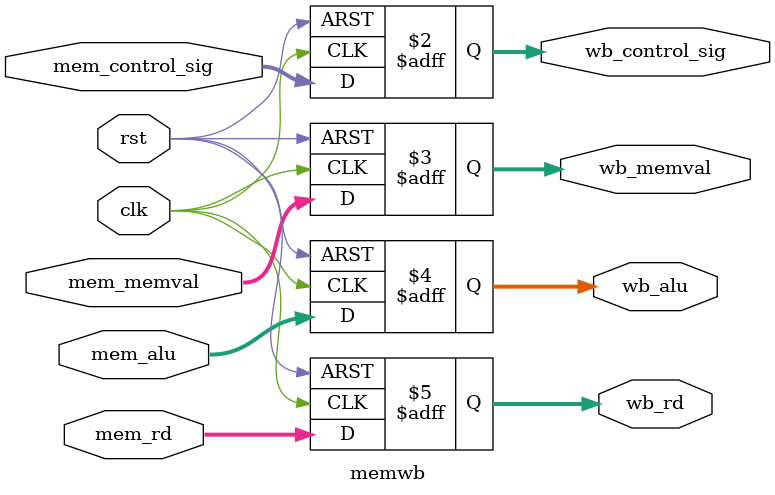
<source format=v>
module memwb(clk, rst, mem_control_sig, mem_memval, mem_alu, mem_rd,
wb_control_sig, wb_memval, wb_alu, wb_rd);
    
    input wire clk, rst;
    input wire [9:0] mem_control_sig;
    output reg [9:0] wb_control_sig;
    input wire [31:0] mem_memval, mem_alu;
    output reg [31:0] wb_memval, wb_alu;
    input wire [4:0] mem_rd;
    output reg [4:0] wb_rd;

    always @(posedge clk, posedge rst)
    begin
        if(rst)
        begin
            wb_control_sig <= 0;
            wb_memval <= 0;
            wb_alu <= 0;
            wb_rd <= 0;
        end
        else
        begin
            wb_control_sig <= mem_control_sig;
            wb_memval <= mem_memval;
            wb_alu <= mem_alu;
            wb_rd <= mem_rd;
        end
    end
endmodule
    
</source>
